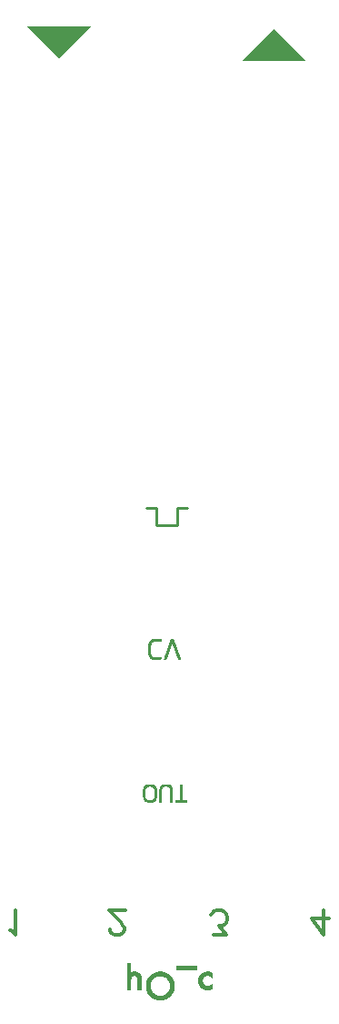
<source format=gbo>
G04 DipTrace 3.1.0.0*
G04 uO_c_panel.GBO*
%MOIN*%
G04 #@! TF.FileFunction,Legend,Bot*
G04 #@! TF.Part,Single*
%ADD12C,0.001*%
%ADD13C,0.01*%
%ADD25C,0.013895*%
%FSLAX26Y26*%
G04*
G70*
G90*
G75*
G01*
G04 BotSilk*
%LPD*%
X1149807Y2262751D2*
D13*
X1112307D1*
X1149807Y2262749D2*
Y2200251D1*
X1224807Y2200249D2*
X1149807D1*
X1224807Y2200251D2*
Y2262749D1*
X1262307Y2262751D2*
X1224807D1*
G36*
X1474806Y3900251D2*
X1699806D1*
X1581056Y4018999D1*
X1462306Y3900251D1*
D1*
X1474806D1*
G37*
G36*
X897307Y4029000D2*
X672307D1*
X791056Y3910252D1*
X909807Y4029000D1*
D1*
X897307D1*
G37*
X1040869Y597975D2*
D12*
X1053869D1*
X1040869Y596975D2*
X1053869D1*
X1040869Y595975D2*
X1053869D1*
X1040869Y594975D2*
X1053869D1*
X1040869Y593975D2*
X1053869D1*
X1040869Y592975D2*
X1053869D1*
X1040869Y591975D2*
X1053869D1*
X1040869Y590975D2*
X1053869D1*
X1040869Y589975D2*
X1053869D1*
X1040869Y588975D2*
X1053869D1*
X1040869Y587975D2*
X1053869D1*
X1040869Y586975D2*
X1053869D1*
X1040869Y585975D2*
X1053869D1*
X1221869D2*
X1294869D1*
X1040869Y584975D2*
X1053869D1*
X1221869D2*
X1294869D1*
X1040869Y583975D2*
X1053869D1*
X1221869D2*
X1294869D1*
X1040869Y582975D2*
X1053869D1*
X1221869D2*
X1294869D1*
X1040869Y581975D2*
X1053869D1*
X1221869D2*
X1294869D1*
X1040869Y580975D2*
X1053869D1*
X1221869D2*
X1294869D1*
X1040869Y579975D2*
X1053869D1*
X1221869D2*
X1294869D1*
X1040869Y578975D2*
X1053869D1*
X1221869D2*
X1294869D1*
X1040869Y577975D2*
X1053869D1*
X1221869D2*
X1294869D1*
X1040869Y576975D2*
X1053869D1*
X1221869D2*
X1294869D1*
X1040869Y575975D2*
X1053869D1*
X1221869D2*
X1294869D1*
X1040869Y574975D2*
X1053869D1*
X1221869D2*
X1294869D1*
X1040869Y573975D2*
X1053869D1*
X1221869D2*
X1294869D1*
X1040869Y572975D2*
X1053869D1*
X1221869D2*
X1294869D1*
X1040869Y571975D2*
X1053869D1*
X1040869Y570975D2*
X1053869D1*
X1040869Y569975D2*
X1053869D1*
X1040869Y568975D2*
X1053869D1*
X1040869Y567975D2*
X1053865D1*
X1040869Y566975D2*
X1053827D1*
X1040869Y565975D2*
X1053672D1*
X1062869D2*
X1071869D1*
X1155869D2*
X1167869D1*
X1330869D2*
X1340869D1*
X1040869Y564975D2*
X1053330D1*
X1059036D2*
X1075250D1*
X1151301D2*
X1172250D1*
X1327453D2*
X1344592D1*
X1040869Y563975D2*
X1052869D1*
X1055025D2*
X1078072D1*
X1147428D2*
X1176072D1*
X1324368D2*
X1347708D1*
X1040869Y562975D2*
X1080342D1*
X1144232D2*
X1179338D1*
X1321760D2*
X1350128D1*
X1040869Y561975D2*
X1082129D1*
X1141557D2*
X1182090D1*
X1319637D2*
X1351847D1*
X1040869Y560975D2*
X1083545D1*
X1139321D2*
X1184375D1*
X1317871D2*
X1353094D1*
X1040869Y559975D2*
X1084738D1*
X1137427D2*
X1186293D1*
X1316371D2*
X1353498D1*
X1040869Y558975D2*
X1085819D1*
X1135745D2*
X1187986D1*
X1315094D2*
X1353713D1*
X1040869Y557975D2*
X1086847D1*
X1134170D2*
X1189565D1*
X1313962D2*
X1353808D1*
X1040869Y556975D2*
X1087823D1*
X1132676D2*
X1191061D1*
X1312905D2*
X1353847D1*
X1040869Y555975D2*
X1088696D1*
X1131291D2*
X1192442D1*
X1311882D2*
X1353861D1*
X1040869Y554975D2*
X1089423D1*
X1130027D2*
X1193671D1*
X1310877D2*
X1353866D1*
X1040869Y553975D2*
X1090036D1*
X1128785D2*
X1194786D1*
X1309909D2*
X1353868D1*
X1040869Y552975D2*
X1063262D1*
X1070476D2*
X1090583D1*
X1127499D2*
X1195836D1*
X1309036D2*
X1332300D1*
X1339434D2*
X1353868D1*
X1040869Y551975D2*
X1061092D1*
X1072645D2*
X1091071D1*
X1126257D2*
X1157266D1*
X1165275D2*
X1196857D1*
X1308279D2*
X1329262D1*
X1342440D2*
X1353869D1*
X1040869Y550975D2*
X1059426D1*
X1074311D2*
X1091484D1*
X1125203D2*
X1153139D1*
X1169991D2*
X1197865D1*
X1307574D2*
X1326871D1*
X1344739D2*
X1353869D1*
X1040869Y549975D2*
X1058140D1*
X1075601D2*
X1091838D1*
X1124347D2*
X1149671D1*
X1173825D2*
X1198867D1*
X1306911D2*
X1324973D1*
X1346529D2*
X1353869D1*
X1040869Y548975D2*
X1057163D1*
X1076610D2*
X1092192D1*
X1123560D2*
X1146883D1*
X1176867D2*
X1199868D1*
X1306375D2*
X1323448D1*
X1348072D2*
X1353869D1*
X1040869Y547975D2*
X1056477D1*
X1077387D2*
X1092499D1*
X1122720D2*
X1144684D1*
X1179253D2*
X1200869D1*
X1305948D2*
X1322275D1*
X1349451D2*
X1353869D1*
X1040869Y546975D2*
X1055991D1*
X1077986D2*
X1092694D1*
X1121841D2*
X1142884D1*
X1181129D2*
X1201865D1*
X1305528D2*
X1321377D1*
X1350636D2*
X1353869D1*
X1040869Y545975D2*
X1055581D1*
X1078417D2*
X1092794D1*
X1121009D2*
X1141338D1*
X1182696D2*
X1202830D1*
X1305080D2*
X1320608D1*
X1351592D2*
X1353869D1*
X1040869Y544975D2*
X1055248D1*
X1078699D2*
X1092843D1*
X1120269D2*
X1139930D1*
X1184138D2*
X1203702D1*
X1304641D2*
X1319890D1*
X1352301D2*
X1353869D1*
X1040869Y543975D2*
X1055009D1*
X1078948D2*
X1092897D1*
X1119567D2*
X1138556D1*
X1185479D2*
X1204459D1*
X1304278D2*
X1319252D1*
X1352869D2*
X1353869D1*
X1040869Y542975D2*
X1054779D1*
X1079241D2*
X1093031D1*
X1118871D2*
X1137246D1*
X1186687D2*
X1205167D1*
X1304023D2*
X1318710D1*
X1040869Y541975D2*
X1054493D1*
X1079519D2*
X1093273D1*
X1118208D2*
X1136084D1*
X1187792D2*
X1205862D1*
X1303784D2*
X1318272D1*
X1040869Y540975D2*
X1054218D1*
X1079701D2*
X1093531D1*
X1117542D2*
X1135110D1*
X1188835D2*
X1206494D1*
X1303495D2*
X1317906D1*
X1040869Y539975D2*
X1054036D1*
X1079797D2*
X1093705D1*
X1116865D2*
X1134304D1*
X1189818D2*
X1207064D1*
X1303218D2*
X1317548D1*
X1040869Y538975D2*
X1053941D1*
X1079840D2*
X1093798D1*
X1116244D2*
X1133546D1*
X1190698D2*
X1207597D1*
X1303036D2*
X1317240D1*
X1040869Y537975D2*
X1053897D1*
X1079858D2*
X1093841D1*
X1115707D2*
X1132749D1*
X1191457D2*
X1208110D1*
X1302941D2*
X1317044D1*
X1040869Y536975D2*
X1053879D1*
X1079865D2*
X1093858D1*
X1115271D2*
X1131966D1*
X1192167D2*
X1208616D1*
X1302897D2*
X1316944D1*
X1040869Y535975D2*
X1053873D1*
X1079867D2*
X1093865D1*
X1114902D2*
X1131251D1*
X1192861D2*
X1209117D1*
X1302879D2*
X1316898D1*
X1040869Y534975D2*
X1053870D1*
X1079868D2*
X1093867D1*
X1114509D2*
X1130560D1*
X1193494D2*
X1209615D1*
X1302873D2*
X1316880D1*
X1040869Y533975D2*
X1053869D1*
X1079869D2*
X1093868D1*
X1114073D2*
X1129872D1*
X1194064D2*
X1210083D1*
X1302870D2*
X1316873D1*
X1040869Y532975D2*
X1053869D1*
X1079869D2*
X1093869D1*
X1113634D2*
X1129242D1*
X1194597D2*
X1210488D1*
X1302869D2*
X1316870D1*
X1040869Y531975D2*
X1053869D1*
X1079869D2*
X1093869D1*
X1113242D2*
X1128673D1*
X1195110D2*
X1210840D1*
X1302869D2*
X1316869D1*
X1040869Y530975D2*
X1053869D1*
X1079869D2*
X1093869D1*
X1112895D2*
X1128144D1*
X1195616D2*
X1211192D1*
X1302869D2*
X1316873D1*
X1040869Y529975D2*
X1053869D1*
X1079869D2*
X1093869D1*
X1112544D2*
X1127662D1*
X1196117D2*
X1211503D1*
X1302873D2*
X1316908D1*
X1040869Y528975D2*
X1053869D1*
X1079869D2*
X1093869D1*
X1112238D2*
X1127253D1*
X1196615D2*
X1211733D1*
X1302908D2*
X1317035D1*
X1040869Y527975D2*
X1053869D1*
X1079869D2*
X1093869D1*
X1112040D2*
X1126899D1*
X1197079D2*
X1211961D1*
X1303035D2*
X1317279D1*
X1040869Y526975D2*
X1053869D1*
X1079869D2*
X1093869D1*
X1111904D2*
X1126546D1*
X1197453D2*
X1212245D1*
X1303275D2*
X1317570D1*
X1040869Y525975D2*
X1053869D1*
X1079869D2*
X1093869D1*
X1111732D2*
X1126235D1*
X1197712D2*
X1212520D1*
X1303535D2*
X1317876D1*
X1040869Y524975D2*
X1053869D1*
X1079869D2*
X1093869D1*
X1111474D2*
X1126005D1*
X1197953D2*
X1212702D1*
X1303745D2*
X1318243D1*
X1040869Y523975D2*
X1053869D1*
X1079869D2*
X1093869D1*
X1111210D2*
X1125777D1*
X1198242D2*
X1212801D1*
X1303965D2*
X1318674D1*
X1040869Y522975D2*
X1053869D1*
X1079869D2*
X1093869D1*
X1111033D2*
X1125492D1*
X1198519D2*
X1212879D1*
X1304251D2*
X1319144D1*
X1040869Y521975D2*
X1053869D1*
X1079869D2*
X1093869D1*
X1110940D2*
X1125217D1*
X1198701D2*
X1213025D1*
X1304560D2*
X1319666D1*
X1352869D2*
X1353869D1*
X1040869Y520975D2*
X1053869D1*
X1079869D2*
X1093869D1*
X1110897D2*
X1125036D1*
X1198797D2*
X1213271D1*
X1304872D2*
X1320292D1*
X1351869D2*
X1353869D1*
X1040869Y519975D2*
X1053869D1*
X1079869D2*
X1093869D1*
X1110879D2*
X1124941D1*
X1198840D2*
X1213530D1*
X1305242D2*
X1321069D1*
X1350869D2*
X1353869D1*
X1040869Y518975D2*
X1053869D1*
X1079869D2*
X1093869D1*
X1110873D2*
X1124897D1*
X1198858D2*
X1213705D1*
X1305673D2*
X1321991D1*
X1349865D2*
X1353869D1*
X1040869Y517975D2*
X1053869D1*
X1079869D2*
X1093869D1*
X1110870D2*
X1124879D1*
X1198865D2*
X1213798D1*
X1306144D2*
X1323075D1*
X1348826D2*
X1353869D1*
X1040869Y516975D2*
X1053869D1*
X1079869D2*
X1093869D1*
X1110869D2*
X1124873D1*
X1198867D2*
X1213841D1*
X1306666D2*
X1324373D1*
X1347659D2*
X1353869D1*
X1040869Y515975D2*
X1053869D1*
X1079869D2*
X1093869D1*
X1110869D2*
X1124870D1*
X1198868D2*
X1213858D1*
X1307288D2*
X1325954D1*
X1346253D2*
X1353869D1*
X1040869Y514975D2*
X1053869D1*
X1079869D2*
X1093869D1*
X1110869D2*
X1124869D1*
X1198869D2*
X1213865D1*
X1308026D2*
X1327931D1*
X1344592D2*
X1353869D1*
X1040869Y513975D2*
X1053869D1*
X1079869D2*
X1093869D1*
X1110869D2*
X1124869D1*
X1198869D2*
X1213867D1*
X1308785D2*
X1330307D1*
X1342763D2*
X1353869D1*
X1040869Y512975D2*
X1053869D1*
X1079869D2*
X1093869D1*
X1110869D2*
X1124869D1*
X1198869D2*
X1213864D1*
X1309495D2*
X1353869D1*
X1040869Y511975D2*
X1053869D1*
X1079869D2*
X1093869D1*
X1110869D2*
X1124869D1*
X1198869D2*
X1213830D1*
X1310218D2*
X1353869D1*
X1040869Y510975D2*
X1053869D1*
X1079869D2*
X1093869D1*
X1110869D2*
X1124869D1*
X1198869D2*
X1213702D1*
X1311040D2*
X1353869D1*
X1040869Y509975D2*
X1053869D1*
X1079869D2*
X1093869D1*
X1110869D2*
X1124873D1*
X1198869D2*
X1213463D1*
X1311980D2*
X1353869D1*
X1040869Y508975D2*
X1053869D1*
X1079869D2*
X1093869D1*
X1110869D2*
X1124908D1*
X1198865D2*
X1213206D1*
X1313064D2*
X1353869D1*
X1040869Y507975D2*
X1053869D1*
X1079869D2*
X1093869D1*
X1110873D2*
X1125035D1*
X1198830D2*
X1213032D1*
X1314289D2*
X1353865D1*
X1040869Y506975D2*
X1053869D1*
X1079869D2*
X1093869D1*
X1110908D2*
X1125275D1*
X1198702D2*
X1212935D1*
X1315578D2*
X1353822D1*
X1040869Y505975D2*
X1053869D1*
X1079869D2*
X1093869D1*
X1111035D2*
X1125535D1*
X1198459D2*
X1212858D1*
X1316920D2*
X1353716D1*
X1040869Y504975D2*
X1053869D1*
X1079869D2*
X1093869D1*
X1111275D2*
X1125745D1*
X1198167D2*
X1212713D1*
X1318457D2*
X1353195D1*
X1040869Y503975D2*
X1053869D1*
X1079869D2*
X1093869D1*
X1111535D2*
X1125969D1*
X1197865D2*
X1212467D1*
X1320344D2*
X1351799D1*
X1040869Y502975D2*
X1053869D1*
X1079869D2*
X1093869D1*
X1111745D2*
X1126286D1*
X1197529D2*
X1212204D1*
X1322756D2*
X1349705D1*
X1040869Y501975D2*
X1053869D1*
X1079869D2*
X1093869D1*
X1111965D2*
X1126687D1*
X1197195D2*
X1211993D1*
X1325972D2*
X1346650D1*
X1112251Y500975D2*
X1127112D1*
X1196872D2*
X1211773D1*
X1330142D2*
X1342553D1*
X1112560Y499975D2*
X1127498D1*
X1196498D2*
X1211487D1*
X1334869D2*
X1337869D1*
X1112868Y498975D2*
X1127848D1*
X1196065D2*
X1211178D1*
X1113207Y497975D2*
X1128237D1*
X1195598D2*
X1210865D1*
X1113542Y496975D2*
X1128705D1*
X1195110D2*
X1210495D1*
X1113865Y495975D2*
X1129270D1*
X1194612D2*
X1210064D1*
X1114240Y494975D2*
X1129905D1*
X1194078D2*
X1209598D1*
X1114672Y493975D2*
X1130548D1*
X1193452D2*
X1209110D1*
X1115140Y492975D2*
X1131240D1*
X1192712D2*
X1208616D1*
X1115627Y491975D2*
X1132044D1*
X1191953D2*
X1208117D1*
X1116125Y490975D2*
X1132944D1*
X1191242D2*
X1207619D1*
X1116655Y489975D2*
X1133898D1*
X1190519D2*
X1207118D1*
X1117250Y488975D2*
X1134880D1*
X1189697D2*
X1206615D1*
X1117898Y487975D2*
X1135873D1*
X1188758D2*
X1206079D1*
X1118545Y486975D2*
X1136874D1*
X1187674D2*
X1205453D1*
X1119239Y485975D2*
X1137908D1*
X1186448D2*
X1204712D1*
X1120040Y484975D2*
X1139039D1*
X1185160D2*
X1203953D1*
X1120904Y483975D2*
X1140318D1*
X1183821D2*
X1203242D1*
X1121732Y482975D2*
X1141745D1*
X1182319D2*
X1202519D1*
X1122474Y481975D2*
X1143368D1*
X1180572D2*
X1201701D1*
X1123210Y480975D2*
X1145329D1*
X1178512D2*
X1200797D1*
X1124033Y479975D2*
X1147780D1*
X1176004D2*
X1199840D1*
X1124944Y478975D2*
X1150791D1*
X1172965D2*
X1198858D1*
X1125936Y477975D2*
X1154238D1*
X1169507D2*
X1197861D1*
X1127046Y476975D2*
X1196828D1*
X1128282Y475975D2*
X1195702D1*
X1129572Y474975D2*
X1194459D1*
X1130876Y473975D2*
X1193167D1*
X1132244Y472975D2*
X1191862D1*
X1133674Y471975D2*
X1190490D1*
X1135148Y470975D2*
X1189025D1*
X1136705Y469975D2*
X1187423D1*
X1138462Y468975D2*
X1185622D1*
X1140522Y467975D2*
X1183570D1*
X1142907Y466975D2*
X1181178D1*
X1145743Y465975D2*
X1178383D1*
X1149144Y464975D2*
X1175220D1*
X1152869Y463975D2*
X1171869D1*
X1114556Y1251249D2*
X1134556D1*
X1172556D2*
X1193556D1*
X1235556D2*
X1241556D1*
X1112137Y1250249D2*
X1136702D1*
X1170295D2*
X1195634D1*
X1235556D2*
X1241556D1*
X1110017Y1249249D2*
X1138584D1*
X1168458D2*
X1197453D1*
X1235556D2*
X1241556D1*
X1108282Y1248249D2*
X1140109D1*
X1167106D2*
X1198967D1*
X1235556D2*
X1241556D1*
X1106915Y1247249D2*
X1141365D1*
X1166122D2*
X1200140D1*
X1235556D2*
X1241556D1*
X1105857Y1246249D2*
X1142444D1*
X1165317D2*
X1201010D1*
X1235556D2*
X1241556D1*
X1105051Y1245249D2*
X1117991D1*
X1130121D2*
X1143359D1*
X1164585D2*
X1175799D1*
X1190318D2*
X1201685D1*
X1235556D2*
X1241556D1*
X1104407Y1244249D2*
X1114989D1*
X1133124D2*
X1144102D1*
X1163942D2*
X1173416D1*
X1192732D2*
X1202260D1*
X1235556D2*
X1241556D1*
X1103845Y1243249D2*
X1112729D1*
X1135387D2*
X1144720D1*
X1163399D2*
X1171619D1*
X1194625D2*
X1202789D1*
X1235556D2*
X1241556D1*
X1103321Y1242249D2*
X1111102D1*
X1137046D2*
X1145270D1*
X1162960D2*
X1170394D1*
X1195994D2*
X1203297D1*
X1235556D2*
X1241556D1*
X1102815Y1241249D2*
X1109930D1*
X1138314D2*
X1145759D1*
X1162594D2*
X1169548D1*
X1196953D2*
X1203769D1*
X1235556D2*
X1241556D1*
X1102348Y1240249D2*
X1109078D1*
X1139309D2*
X1146171D1*
X1162236D2*
X1168903D1*
X1197663D2*
X1204175D1*
X1235556D2*
X1241556D1*
X1101973Y1239249D2*
X1108417D1*
X1140080D2*
X1146526D1*
X1161923D2*
X1168376D1*
X1198249D2*
X1204527D1*
X1235556D2*
X1241556D1*
X1101713Y1238249D2*
X1107852D1*
X1140675D2*
X1146880D1*
X1161693D2*
X1167949D1*
X1198747D2*
X1204880D1*
X1235556D2*
X1241556D1*
X1101472Y1237249D2*
X1107361D1*
X1141105D2*
X1147186D1*
X1161465D2*
X1167589D1*
X1199134D2*
X1205187D1*
X1235556D2*
X1241556D1*
X1101183Y1236249D2*
X1106982D1*
X1141387D2*
X1147385D1*
X1161180D2*
X1167234D1*
X1199398D2*
X1205385D1*
X1235556D2*
X1241556D1*
X1100906Y1235249D2*
X1106754D1*
X1141636D2*
X1147521D1*
X1160905D2*
X1166927D1*
X1199640D2*
X1205521D1*
X1235556D2*
X1241556D1*
X1100724Y1234249D2*
X1106636D1*
X1141929D2*
X1147693D1*
X1160724D2*
X1166732D1*
X1199930D2*
X1205693D1*
X1235556D2*
X1241556D1*
X1100628Y1233249D2*
X1106550D1*
X1142206D2*
X1147951D1*
X1160628D2*
X1166627D1*
X1200207D2*
X1205951D1*
X1235556D2*
X1241556D1*
X1100585Y1232249D2*
X1106402D1*
X1142389D2*
X1148215D1*
X1160585D2*
X1166547D1*
X1200389D2*
X1206215D1*
X1235556D2*
X1241556D1*
X1100567Y1231249D2*
X1106155D1*
X1142484D2*
X1148392D1*
X1160567D2*
X1166401D1*
X1200485D2*
X1206392D1*
X1235556D2*
X1241556D1*
X1100556Y1230249D2*
X1105895D1*
X1142528D2*
X1148486D1*
X1160560D2*
X1166154D1*
X1200528D2*
X1206486D1*
X1235556D2*
X1241556D1*
X1100519Y1229249D2*
X1105720D1*
X1142546D2*
X1148528D1*
X1160558D2*
X1165895D1*
X1200546D2*
X1206528D1*
X1235556D2*
X1241556D1*
X1100390Y1228249D2*
X1105627D1*
X1142557D2*
X1148546D1*
X1160557D2*
X1165720D1*
X1200553D2*
X1206546D1*
X1235556D2*
X1241556D1*
X1100151Y1227249D2*
X1105585D1*
X1142594D2*
X1148553D1*
X1160557D2*
X1165627D1*
X1200555D2*
X1206553D1*
X1235556D2*
X1241556D1*
X1099894Y1226249D2*
X1105567D1*
X1142722D2*
X1148555D1*
X1160556D2*
X1165585D1*
X1200556D2*
X1206555D1*
X1235556D2*
X1241556D1*
X1099720Y1225249D2*
X1105560D1*
X1142962D2*
X1148556D1*
X1160556D2*
X1165567D1*
X1200556D2*
X1206556D1*
X1235556D2*
X1241556D1*
X1099627Y1224249D2*
X1105558D1*
X1143219D2*
X1148556D1*
X1160556D2*
X1165560D1*
X1200556D2*
X1206556D1*
X1235556D2*
X1241556D1*
X1099584Y1223249D2*
X1105557D1*
X1143393D2*
X1148556D1*
X1160556D2*
X1165558D1*
X1200556D2*
X1206556D1*
X1235556D2*
X1241556D1*
X1099567Y1222249D2*
X1105557D1*
X1143486D2*
X1148556D1*
X1160556D2*
X1165557D1*
X1200556D2*
X1206556D1*
X1235556D2*
X1241556D1*
X1099560Y1221249D2*
X1105556D1*
X1143528D2*
X1148556D1*
X1160556D2*
X1165557D1*
X1200556D2*
X1206556D1*
X1235556D2*
X1241556D1*
X1099558Y1220249D2*
X1105556D1*
X1143546D2*
X1148556D1*
X1160556D2*
X1165556D1*
X1200556D2*
X1206556D1*
X1235556D2*
X1241556D1*
X1099557Y1219249D2*
X1105556D1*
X1143553D2*
X1148556D1*
X1160556D2*
X1165556D1*
X1200556D2*
X1206556D1*
X1235556D2*
X1241556D1*
X1099557Y1218249D2*
X1105556D1*
X1143551D2*
X1148556D1*
X1160556D2*
X1165556D1*
X1200556D2*
X1206556D1*
X1235556D2*
X1241556D1*
X1099556Y1217249D2*
X1105556D1*
X1143517D2*
X1148556D1*
X1160556D2*
X1165556D1*
X1200556D2*
X1206556D1*
X1235556D2*
X1241556D1*
X1099560Y1216249D2*
X1105556D1*
X1143390D2*
X1148556D1*
X1160556D2*
X1165556D1*
X1200556D2*
X1206556D1*
X1235556D2*
X1241556D1*
X1099595Y1215249D2*
X1105556D1*
X1143150D2*
X1148556D1*
X1160556D2*
X1165556D1*
X1200556D2*
X1206556D1*
X1235556D2*
X1241556D1*
X1099723Y1214249D2*
X1105556D1*
X1142894D2*
X1148556D1*
X1160556D2*
X1165556D1*
X1200556D2*
X1206556D1*
X1235556D2*
X1241556D1*
X1099962Y1213249D2*
X1105560D1*
X1142720D2*
X1148556D1*
X1160556D2*
X1165556D1*
X1200556D2*
X1206556D1*
X1235556D2*
X1241556D1*
X1100219Y1212249D2*
X1105595D1*
X1142627D2*
X1148556D1*
X1160556D2*
X1165556D1*
X1200556D2*
X1206556D1*
X1235556D2*
X1241556D1*
X1100393Y1211249D2*
X1105723D1*
X1142584D2*
X1148553D1*
X1160556D2*
X1165556D1*
X1200556D2*
X1206556D1*
X1235556D2*
X1241556D1*
X1100486Y1210249D2*
X1105962D1*
X1142567D2*
X1148517D1*
X1160556D2*
X1165556D1*
X1200556D2*
X1206556D1*
X1235556D2*
X1241556D1*
X1100528Y1209249D2*
X1106219D1*
X1142560D2*
X1148390D1*
X1160556D2*
X1165556D1*
X1200556D2*
X1206556D1*
X1235556D2*
X1241556D1*
X1100550Y1208249D2*
X1106393D1*
X1142554D2*
X1148150D1*
X1160556D2*
X1165556D1*
X1200556D2*
X1206556D1*
X1235556D2*
X1241556D1*
X1100592Y1207249D2*
X1106486D1*
X1142518D2*
X1147894D1*
X1160556D2*
X1165556D1*
X1200556D2*
X1206556D1*
X1235556D2*
X1241556D1*
X1100722Y1206249D2*
X1106532D1*
X1142390D2*
X1147720D1*
X1160556D2*
X1165556D1*
X1200556D2*
X1206556D1*
X1235556D2*
X1241556D1*
X1100962Y1205249D2*
X1106585D1*
X1142147D2*
X1147623D1*
X1160556D2*
X1165556D1*
X1200556D2*
X1206556D1*
X1235556D2*
X1241556D1*
X1101223Y1204249D2*
X1106723D1*
X1141855D2*
X1147545D1*
X1160556D2*
X1165556D1*
X1200556D2*
X1206556D1*
X1235556D2*
X1241556D1*
X1101432Y1203249D2*
X1107000D1*
X1141553D2*
X1147400D1*
X1160556D2*
X1165556D1*
X1200556D2*
X1206556D1*
X1235556D2*
X1241556D1*
X1101652Y1202249D2*
X1107389D1*
X1141217D2*
X1147150D1*
X1160556D2*
X1165556D1*
X1200556D2*
X1206556D1*
X1235556D2*
X1241556D1*
X1101938Y1201249D2*
X1107838D1*
X1140879D2*
X1146856D1*
X1160556D2*
X1165556D1*
X1200556D2*
X1206556D1*
X1235556D2*
X1241556D1*
X1102247Y1200249D2*
X1108319D1*
X1140521D2*
X1146550D1*
X1160556D2*
X1165556D1*
X1200556D2*
X1206556D1*
X1235556D2*
X1241556D1*
X1102560Y1199249D2*
X1108818D1*
X1140015D2*
X1146182D1*
X1160556D2*
X1165556D1*
X1200556D2*
X1206556D1*
X1235556D2*
X1241556D1*
X1102934Y1198249D2*
X1109390D1*
X1139304D2*
X1145752D1*
X1160556D2*
X1165556D1*
X1200556D2*
X1206556D1*
X1235556D2*
X1241556D1*
X1103396Y1197249D2*
X1110186D1*
X1138410D2*
X1145281D1*
X1160556D2*
X1165556D1*
X1200556D2*
X1206556D1*
X1235556D2*
X1241556D1*
X1103959Y1196249D2*
X1111367D1*
X1137307D2*
X1144763D1*
X1160556D2*
X1165556D1*
X1200556D2*
X1206556D1*
X1235556D2*
X1241556D1*
X1104594Y1195249D2*
X1112915D1*
X1135930D2*
X1144173D1*
X1160556D2*
X1165556D1*
X1200556D2*
X1206556D1*
X1235556D2*
X1241556D1*
X1105236Y1194249D2*
X1114692D1*
X1134300D2*
X1143523D1*
X1160556D2*
X1165556D1*
X1200556D2*
X1206556D1*
X1235556D2*
X1241556D1*
X1105931Y1193249D2*
X1142841D1*
X1160556D2*
X1165556D1*
X1200556D2*
X1206556D1*
X1217556D2*
X1260556D1*
X1106779Y1192249D2*
X1142012D1*
X1160556D2*
X1165556D1*
X1200556D2*
X1206556D1*
X1217556D2*
X1260556D1*
X1107888Y1191249D2*
X1140885D1*
X1160556D2*
X1165556D1*
X1200556D2*
X1206556D1*
X1217556D2*
X1260556D1*
X1109453Y1190249D2*
X1139359D1*
X1160556D2*
X1165556D1*
X1200556D2*
X1206556D1*
X1217556D2*
X1260556D1*
X1111652Y1189249D2*
X1137269D1*
X1160556D2*
X1165556D1*
X1200556D2*
X1206556D1*
X1217556D2*
X1260556D1*
X1114456Y1188249D2*
X1134570D1*
X1160556D2*
X1165556D1*
X1200556D2*
X1206556D1*
X1217556D2*
X1260556D1*
X1117556Y1187249D2*
X1131556D1*
X1140307Y1785751D2*
X1148307D1*
X1136926Y1784751D2*
X1160307D1*
X1202307D2*
X1209307D1*
X1134104Y1783751D2*
X1167307D1*
X1202149D2*
X1209807D1*
X1131834Y1782751D2*
X1167307D1*
X1201866D2*
X1210222D1*
X1130047Y1781751D2*
X1167307D1*
X1201479D2*
X1210611D1*
X1128635Y1780751D2*
X1167307D1*
X1201061D2*
X1210967D1*
X1127477Y1779751D2*
X1167307D1*
X1200676D2*
X1211299D1*
X1126523Y1778751D2*
X1167307D1*
X1200332D2*
X1211676D1*
X1125735Y1777751D2*
X1138662D1*
X1162307D2*
X1167307D1*
X1199978D2*
X1212106D1*
X1125015Y1776751D2*
X1136368D1*
X1199637D2*
X1212543D1*
X1124316Y1775751D2*
X1134494D1*
X1199316D2*
X1212934D1*
X1123686Y1774751D2*
X1133040D1*
X1198972D2*
X1213281D1*
X1123147Y1773751D2*
X1131968D1*
X1198635D2*
X1213636D1*
X1122710Y1772751D2*
X1131111D1*
X1198315D2*
X1213977D1*
X1122344Y1771751D2*
X1130354D1*
X1197972D2*
X1205153D1*
X1207462D2*
X1214302D1*
X1121983Y1770751D2*
X1129696D1*
X1197635D2*
X1204901D1*
X1207713D2*
X1214677D1*
X1121639Y1769751D2*
X1129117D1*
X1197315D2*
X1204607D1*
X1208008D2*
X1215107D1*
X1121316Y1768751D2*
X1128584D1*
X1196972D2*
X1204300D1*
X1208310D2*
X1215543D1*
X1120976Y1767751D2*
X1128105D1*
X1196635D2*
X1203933D1*
X1208646D2*
X1215934D1*
X1120670Y1766751D2*
X1127726D1*
X1196311D2*
X1203506D1*
X1208980D2*
X1216281D1*
X1120442Y1765751D2*
X1127465D1*
X1195936D2*
X1203071D1*
X1209300D2*
X1216636D1*
X1120215Y1764751D2*
X1127223D1*
X1195508D2*
X1202680D1*
X1209643D2*
X1216977D1*
X1119930Y1763751D2*
X1126933D1*
X1195071D2*
X1202333D1*
X1209979D2*
X1217299D1*
X1119656Y1762751D2*
X1126657D1*
X1194680D2*
X1201979D1*
X1210303D2*
X1217642D1*
X1119474Y1761751D2*
X1126471D1*
X1194333D2*
X1201638D1*
X1210678D2*
X1217979D1*
X1119379Y1760751D2*
X1126340D1*
X1193979D2*
X1201316D1*
X1211107D2*
X1218303D1*
X1119336Y1759751D2*
X1126169D1*
X1193638D2*
X1200972D1*
X1211543D2*
X1218678D1*
X1119314Y1758751D2*
X1125912D1*
X1193316D2*
X1200635D1*
X1211934D2*
X1219107D1*
X1119272Y1757751D2*
X1125648D1*
X1192972D2*
X1200315D1*
X1212281D2*
X1219543D1*
X1119142Y1756751D2*
X1125472D1*
X1192635D2*
X1199972D1*
X1212636D2*
X1219934D1*
X1118902Y1755751D2*
X1125378D1*
X1192315D2*
X1199635D1*
X1212977D2*
X1220281D1*
X1118645Y1754751D2*
X1125335D1*
X1191972D2*
X1199315D1*
X1213299D2*
X1220636D1*
X1118470Y1753751D2*
X1125318D1*
X1191635D2*
X1198972D1*
X1213642D2*
X1220977D1*
X1118378Y1752751D2*
X1125311D1*
X1191315D2*
X1198635D1*
X1213979D2*
X1221302D1*
X1118335Y1751751D2*
X1125308D1*
X1190972D2*
X1198315D1*
X1214303D2*
X1221677D1*
X1118318Y1750751D2*
X1125308D1*
X1190635D2*
X1197972D1*
X1214678D2*
X1222107D1*
X1118311Y1749751D2*
X1125307D1*
X1190315D2*
X1197635D1*
X1215107D2*
X1222543D1*
X1118308Y1748751D2*
X1125307D1*
X1189972D2*
X1197315D1*
X1215543D2*
X1222934D1*
X1118308Y1747751D2*
X1125307D1*
X1189635D2*
X1196972D1*
X1215934D2*
X1223281D1*
X1118307Y1746751D2*
X1125307D1*
X1189311D2*
X1196635D1*
X1216281D2*
X1223636D1*
X1118307Y1745751D2*
X1125307D1*
X1188936D2*
X1196311D1*
X1216636D2*
X1223977D1*
X1118307Y1744751D2*
X1125307D1*
X1188508D2*
X1195936D1*
X1216977D2*
X1224299D1*
X1118307Y1743751D2*
X1125307D1*
X1188071D2*
X1195508D1*
X1217299D2*
X1224642D1*
X1118311Y1742751D2*
X1125307D1*
X1187680D2*
X1195071D1*
X1217642D2*
X1224979D1*
X1118346Y1741751D2*
X1125307D1*
X1187333D2*
X1194680D1*
X1217979D2*
X1225303D1*
X1118474Y1740751D2*
X1125307D1*
X1186979D2*
X1194333D1*
X1218303D2*
X1225678D1*
X1118713Y1739751D2*
X1125307D1*
X1186638D2*
X1193979D1*
X1218678D2*
X1226107D1*
X1118969Y1738751D2*
X1125311D1*
X1186316D2*
X1193638D1*
X1219107D2*
X1226543D1*
X1119144Y1737751D2*
X1125346D1*
X1185972D2*
X1193316D1*
X1219543D2*
X1226934D1*
X1119237Y1736751D2*
X1125474D1*
X1185635D2*
X1192972D1*
X1219934D2*
X1227281D1*
X1119279Y1735751D2*
X1125713D1*
X1185315D2*
X1192635D1*
X1220281D2*
X1227636D1*
X1119300Y1734751D2*
X1125969D1*
X1184972D2*
X1192315D1*
X1220636D2*
X1227977D1*
X1119342Y1733751D2*
X1126144D1*
X1184635D2*
X1191972D1*
X1220977D2*
X1228302D1*
X1119472Y1732751D2*
X1126241D1*
X1184315D2*
X1191635D1*
X1221299D2*
X1228677D1*
X1119713Y1731751D2*
X1126318D1*
X1183972D2*
X1191315D1*
X1221642D2*
X1229107D1*
X1119969Y1730751D2*
X1126463D1*
X1183635D2*
X1190972D1*
X1221979D2*
X1229543D1*
X1120148Y1729751D2*
X1126713D1*
X1183311D2*
X1190635D1*
X1222303D2*
X1229934D1*
X1120276Y1728751D2*
X1127007D1*
X1182936D2*
X1190315D1*
X1222678D2*
X1230281D1*
X1120446Y1727751D2*
X1127314D1*
X1182508D2*
X1189972D1*
X1223107D2*
X1230636D1*
X1120706Y1726751D2*
X1127682D1*
X1182071D2*
X1189635D1*
X1223543D2*
X1230977D1*
X1121005Y1725751D2*
X1128112D1*
X1181680D2*
X1189311D1*
X1223934D2*
X1231299D1*
X1121313Y1724751D2*
X1128582D1*
X1181333D2*
X1188936D1*
X1224281D2*
X1231642D1*
X1121681Y1723751D2*
X1129105D1*
X1180979D2*
X1188508D1*
X1224636D2*
X1231979D1*
X1122112Y1722751D2*
X1129734D1*
X1180638D2*
X1188071D1*
X1224977D2*
X1232303D1*
X1122578Y1721751D2*
X1130550D1*
X1180316D2*
X1187680D1*
X1225302D2*
X1232678D1*
X1123066Y1720751D2*
X1131642D1*
X1179972D2*
X1187333D1*
X1225677D2*
X1233107D1*
X1123564Y1719751D2*
X1133164D1*
X1179635D2*
X1186979D1*
X1226107D2*
X1233543D1*
X1124098Y1718751D2*
X1135208D1*
X1179315D2*
X1186638D1*
X1226543D2*
X1233934D1*
X1124727Y1717751D2*
X1137668D1*
X1157307D2*
X1167307D1*
X1178972D2*
X1186316D1*
X1226934D2*
X1234281D1*
X1125507Y1716751D2*
X1167307D1*
X1178635D2*
X1185972D1*
X1227281D2*
X1234636D1*
X1126433Y1715751D2*
X1167295D1*
X1178315D2*
X1185635D1*
X1227636D2*
X1234977D1*
X1127553Y1714751D2*
X1167260D1*
X1177975D2*
X1185311D1*
X1227977D2*
X1235299D1*
X1128976Y1713751D2*
X1166834D1*
X1177674D2*
X1184933D1*
X1228299D2*
X1235639D1*
X1130785Y1712751D2*
X1164767D1*
X1177480D2*
X1184475D1*
X1228648D2*
X1235943D1*
X1132953Y1711751D2*
X1161420D1*
X1177375D2*
X1183924D1*
X1228992D2*
X1236151D1*
X1135307Y1710751D2*
X1157307D1*
X1177307D2*
X1183307D1*
X1229307D2*
X1236307D1*
X1040869Y597975D2*
Y596975D1*
Y595975D1*
Y594975D1*
Y593975D1*
Y592975D1*
Y591975D1*
Y590975D1*
Y589975D1*
Y588975D1*
Y587975D1*
Y586975D1*
Y585975D1*
Y584975D1*
Y583975D1*
Y582975D1*
Y581975D1*
Y580975D1*
Y579975D1*
Y578975D1*
Y577975D1*
Y576975D1*
Y575975D1*
Y574975D1*
Y573975D1*
Y572975D1*
Y571975D1*
Y570975D1*
Y569975D1*
Y568975D1*
Y567975D1*
Y566975D1*
Y565975D1*
Y564975D1*
Y563975D1*
Y562975D1*
Y561975D1*
Y560975D1*
Y559975D1*
Y558975D1*
Y557975D1*
Y556975D1*
Y555975D1*
Y554975D1*
Y553975D1*
Y552975D1*
Y551975D1*
Y550975D1*
Y549975D1*
Y548975D1*
Y547975D1*
Y546975D1*
Y545975D1*
Y544975D1*
Y543975D1*
Y542975D1*
Y541975D1*
Y540975D1*
Y539975D1*
Y538975D1*
Y537975D1*
Y536975D1*
Y535975D1*
Y534975D1*
Y533975D1*
Y532975D1*
Y531975D1*
Y530975D1*
Y529975D1*
Y528975D1*
Y527975D1*
Y526975D1*
Y525975D1*
Y524975D1*
Y523975D1*
Y522975D1*
Y521975D1*
Y520975D1*
Y519975D1*
Y518975D1*
Y517975D1*
Y516975D1*
Y515975D1*
Y514975D1*
Y513975D1*
Y512975D1*
Y511975D1*
Y510975D1*
Y509975D1*
Y508975D1*
Y507975D1*
Y506975D1*
Y505975D1*
Y504975D1*
Y503975D1*
Y502975D1*
Y501975D1*
X1053869Y597975D2*
Y596975D1*
Y595975D1*
Y594975D1*
Y593975D1*
Y592975D1*
Y591975D1*
Y590975D1*
Y589975D1*
Y588975D1*
Y587975D1*
Y586975D1*
Y585975D1*
Y584975D1*
Y583975D1*
Y582975D1*
Y581975D1*
Y580975D1*
Y579975D1*
Y578975D1*
Y577975D1*
Y576975D1*
Y575975D1*
Y574975D1*
Y573975D1*
Y572975D1*
Y571975D1*
Y570975D1*
Y569975D1*
Y568975D1*
X1053865Y567975D1*
X1053827Y566975D1*
X1053672Y565975D1*
X1053330Y564975D1*
X1052869Y563975D1*
X1053869Y562975D1*
X1221869Y585975D2*
Y584975D1*
Y583975D1*
Y582975D1*
Y581975D1*
Y580975D1*
Y579975D1*
Y578975D1*
Y577975D1*
Y576975D1*
Y575975D1*
Y574975D1*
Y573975D1*
Y572975D1*
X1294869Y585975D2*
Y584975D1*
Y583975D1*
Y582975D1*
Y581975D1*
Y580975D1*
Y579975D1*
Y578975D1*
Y577975D1*
Y576975D1*
Y575975D1*
Y574975D1*
Y573975D1*
Y572975D1*
X1062869Y565975D2*
X1059036Y564975D1*
X1055025Y563975D1*
X1050869Y562975D1*
X1071869Y565975D2*
X1075250Y564975D1*
X1078072Y563975D1*
X1080342Y562975D1*
X1082129Y561975D1*
X1083545Y560975D1*
X1084738Y559975D1*
X1085819Y558975D1*
X1086847Y557975D1*
X1087823Y556975D1*
X1088696Y555975D1*
X1089423Y554975D1*
X1090036Y553975D1*
X1090583Y552975D1*
X1091071Y551975D1*
X1091484Y550975D1*
X1091838Y549975D1*
X1092192Y548975D1*
X1092499Y547975D1*
X1092694Y546975D1*
X1092794Y545975D1*
X1092843Y544975D1*
X1092897Y543975D1*
X1093031Y542975D1*
X1093273Y541975D1*
X1093531Y540975D1*
X1093705Y539975D1*
X1093798Y538975D1*
X1093841Y537975D1*
X1093858Y536975D1*
X1093865Y535975D1*
X1093867Y534975D1*
X1093868Y533975D1*
X1093869Y532975D1*
Y531975D1*
Y530975D1*
Y529975D1*
Y528975D1*
Y527975D1*
Y526975D1*
Y525975D1*
Y524975D1*
Y523975D1*
Y522975D1*
Y521975D1*
Y520975D1*
Y519975D1*
Y518975D1*
Y517975D1*
Y516975D1*
Y515975D1*
Y514975D1*
Y513975D1*
Y512975D1*
Y511975D1*
Y510975D1*
Y509975D1*
Y508975D1*
Y507975D1*
Y506975D1*
Y505975D1*
Y504975D1*
Y503975D1*
Y502975D1*
Y501975D1*
X1155869Y565975D2*
X1151301Y564975D1*
X1147428Y563975D1*
X1144232Y562975D1*
X1141557Y561975D1*
X1139321Y560975D1*
X1137427Y559975D1*
X1135745Y558975D1*
X1134170Y557975D1*
X1132676Y556975D1*
X1131291Y555975D1*
X1130027Y554975D1*
X1128785Y553975D1*
X1127499Y552975D1*
X1126257Y551975D1*
X1125203Y550975D1*
X1124347Y549975D1*
X1123560Y548975D1*
X1122720Y547975D1*
X1121841Y546975D1*
X1121009Y545975D1*
X1120269Y544975D1*
X1119567Y543975D1*
X1118871Y542975D1*
X1118208Y541975D1*
X1117542Y540975D1*
X1116865Y539975D1*
X1116244Y538975D1*
X1115707Y537975D1*
X1115271Y536975D1*
X1114902Y535975D1*
X1114509Y534975D1*
X1114073Y533975D1*
X1113634Y532975D1*
X1113242Y531975D1*
X1112895Y530975D1*
X1112544Y529975D1*
X1112238Y528975D1*
X1112040Y527975D1*
X1111904Y526975D1*
X1111732Y525975D1*
X1111474Y524975D1*
X1111210Y523975D1*
X1111033Y522975D1*
X1110940Y521975D1*
X1110897Y520975D1*
X1110879Y519975D1*
X1110873Y518975D1*
X1110870Y517975D1*
X1110869Y516975D1*
Y515975D1*
Y514975D1*
Y513975D1*
Y512975D1*
Y511975D1*
Y510975D1*
Y509975D1*
Y508975D1*
X1110873Y507975D1*
X1110908Y506975D1*
X1111035Y505975D1*
X1111275Y504975D1*
X1111535Y503975D1*
X1111745Y502975D1*
X1111965Y501975D1*
X1112251Y500975D1*
X1112560Y499975D1*
X1112868Y498975D1*
X1113207Y497975D1*
X1113542Y496975D1*
X1113865Y495975D1*
X1114240Y494975D1*
X1114672Y493975D1*
X1115140Y492975D1*
X1115627Y491975D1*
X1116125Y490975D1*
X1116655Y489975D1*
X1117250Y488975D1*
X1117898Y487975D1*
X1118545Y486975D1*
X1119239Y485975D1*
X1120040Y484975D1*
X1120904Y483975D1*
X1121732Y482975D1*
X1122474Y481975D1*
X1123210Y480975D1*
X1124033Y479975D1*
X1124944Y478975D1*
X1125936Y477975D1*
X1127046Y476975D1*
X1128282Y475975D1*
X1129572Y474975D1*
X1130876Y473975D1*
X1132244Y472975D1*
X1133674Y471975D1*
X1135148Y470975D1*
X1136705Y469975D1*
X1138462Y468975D1*
X1140522Y467975D1*
X1142907Y466975D1*
X1145743Y465975D1*
X1149144Y464975D1*
X1152869Y463975D1*
X1167869Y565975D2*
X1172250Y564975D1*
X1176072Y563975D1*
X1179338Y562975D1*
X1182090Y561975D1*
X1184375Y560975D1*
X1186293Y559975D1*
X1187986Y558975D1*
X1189565Y557975D1*
X1191061Y556975D1*
X1192442Y555975D1*
X1193671Y554975D1*
X1194786Y553975D1*
X1195836Y552975D1*
X1196857Y551975D1*
X1197865Y550975D1*
X1198867Y549975D1*
X1199868Y548975D1*
X1200869Y547975D1*
X1201865Y546975D1*
X1202830Y545975D1*
X1203702Y544975D1*
X1204459Y543975D1*
X1205167Y542975D1*
X1205862Y541975D1*
X1206494Y540975D1*
X1207064Y539975D1*
X1207597Y538975D1*
X1208110Y537975D1*
X1208616Y536975D1*
X1209117Y535975D1*
X1209615Y534975D1*
X1210083Y533975D1*
X1210488Y532975D1*
X1210840Y531975D1*
X1211192Y530975D1*
X1211503Y529975D1*
X1211733Y528975D1*
X1211961Y527975D1*
X1212245Y526975D1*
X1212520Y525975D1*
X1212702Y524975D1*
X1212801Y523975D1*
X1212879Y522975D1*
X1213025Y521975D1*
X1213271Y520975D1*
X1213530Y519975D1*
X1213705Y518975D1*
X1213798Y517975D1*
X1213841Y516975D1*
X1213858Y515975D1*
X1213865Y514975D1*
X1213867Y513975D1*
X1213864Y512975D1*
X1213830Y511975D1*
X1213702Y510975D1*
X1213463Y509975D1*
X1213206Y508975D1*
X1213032Y507975D1*
X1212935Y506975D1*
X1212858Y505975D1*
X1212713Y504975D1*
X1212467Y503975D1*
X1212204Y502975D1*
X1211993Y501975D1*
X1211773Y500975D1*
X1211487Y499975D1*
X1211178Y498975D1*
X1210865Y497975D1*
X1210495Y496975D1*
X1210064Y495975D1*
X1209598Y494975D1*
X1209110Y493975D1*
X1208616Y492975D1*
X1208117Y491975D1*
X1207619Y490975D1*
X1207118Y489975D1*
X1206615Y488975D1*
X1206079Y487975D1*
X1205453Y486975D1*
X1204712Y485975D1*
X1203953Y484975D1*
X1203242Y483975D1*
X1202519Y482975D1*
X1201701Y481975D1*
X1200797Y480975D1*
X1199840Y479975D1*
X1198858Y478975D1*
X1197861Y477975D1*
X1196828Y476975D1*
X1195702Y475975D1*
X1194459Y474975D1*
X1193167Y473975D1*
X1191862Y472975D1*
X1190490Y471975D1*
X1189025Y470975D1*
X1187423Y469975D1*
X1185622Y468975D1*
X1183570Y467975D1*
X1181178Y466975D1*
X1178383Y465975D1*
X1175220Y464975D1*
X1171869Y463975D1*
X1330869Y565975D2*
X1327453Y564975D1*
X1324368Y563975D1*
X1321760Y562975D1*
X1319637Y561975D1*
X1317871Y560975D1*
X1316371Y559975D1*
X1315094Y558975D1*
X1313962Y557975D1*
X1312905Y556975D1*
X1311882Y555975D1*
X1310877Y554975D1*
X1309909Y553975D1*
X1309036Y552975D1*
X1308279Y551975D1*
X1307574Y550975D1*
X1306911Y549975D1*
X1306375Y548975D1*
X1305948Y547975D1*
X1305528Y546975D1*
X1305080Y545975D1*
X1304641Y544975D1*
X1304278Y543975D1*
X1304023Y542975D1*
X1303784Y541975D1*
X1303495Y540975D1*
X1303218Y539975D1*
X1303036Y538975D1*
X1302941Y537975D1*
X1302897Y536975D1*
X1302879Y535975D1*
X1302873Y534975D1*
X1302870Y533975D1*
X1302869Y532975D1*
Y531975D1*
Y530975D1*
X1302873Y529975D1*
X1302908Y528975D1*
X1303035Y527975D1*
X1303275Y526975D1*
X1303535Y525975D1*
X1303745Y524975D1*
X1303965Y523975D1*
X1304251Y522975D1*
X1304560Y521975D1*
X1304872Y520975D1*
X1305242Y519975D1*
X1305673Y518975D1*
X1306144Y517975D1*
X1306666Y516975D1*
X1307288Y515975D1*
X1308026Y514975D1*
X1308785Y513975D1*
X1309495Y512975D1*
X1310218Y511975D1*
X1311040Y510975D1*
X1311980Y509975D1*
X1313064Y508975D1*
X1314289Y507975D1*
X1315578Y506975D1*
X1316920Y505975D1*
X1318457Y504975D1*
X1320344Y503975D1*
X1322756Y502975D1*
X1325972Y501975D1*
X1330142Y500975D1*
X1334869Y499975D1*
X1340869Y565975D2*
X1344592Y564975D1*
X1347708Y563975D1*
X1350128Y562975D1*
X1351847Y561975D1*
X1353094Y560975D1*
X1353498Y559975D1*
X1353713Y558975D1*
X1353808Y557975D1*
X1353847Y556975D1*
X1353861Y555975D1*
X1353866Y554975D1*
X1353868Y553975D1*
Y552975D1*
X1353869Y551975D1*
Y550975D1*
Y549975D1*
Y548975D1*
Y547975D1*
Y546975D1*
Y545975D1*
Y544975D1*
Y543975D1*
X1065869Y553975D2*
X1063262Y552975D1*
X1061092Y551975D1*
X1059426Y550975D1*
X1058140Y549975D1*
X1057163Y548975D1*
X1056477Y547975D1*
X1055991Y546975D1*
X1055581Y545975D1*
X1055248Y544975D1*
X1055009Y543975D1*
X1054779Y542975D1*
X1054493Y541975D1*
X1054218Y540975D1*
X1054036Y539975D1*
X1053941Y538975D1*
X1053897Y537975D1*
X1053879Y536975D1*
X1053873Y535975D1*
X1053870Y534975D1*
X1053869Y533975D1*
Y532975D1*
Y531975D1*
Y530975D1*
Y529975D1*
Y528975D1*
Y527975D1*
Y526975D1*
Y525975D1*
Y524975D1*
Y523975D1*
Y522975D1*
Y521975D1*
Y520975D1*
Y519975D1*
Y518975D1*
Y517975D1*
Y516975D1*
Y515975D1*
Y514975D1*
Y513975D1*
Y512975D1*
Y511975D1*
Y510975D1*
Y509975D1*
Y508975D1*
Y507975D1*
Y506975D1*
Y505975D1*
Y504975D1*
Y503975D1*
Y502975D1*
Y501975D1*
X1067869Y553975D2*
X1070476Y552975D1*
X1072645Y551975D1*
X1074311Y550975D1*
X1075601Y549975D1*
X1076610Y548975D1*
X1077387Y547975D1*
X1077986Y546975D1*
X1078417Y545975D1*
X1078699Y544975D1*
X1078948Y543975D1*
X1079241Y542975D1*
X1079519Y541975D1*
X1079701Y540975D1*
X1079797Y539975D1*
X1079840Y538975D1*
X1079858Y537975D1*
X1079865Y536975D1*
X1079867Y535975D1*
X1079868Y534975D1*
X1079869Y533975D1*
Y532975D1*
Y531975D1*
Y530975D1*
Y529975D1*
Y528975D1*
Y527975D1*
Y526975D1*
Y525975D1*
Y524975D1*
Y523975D1*
Y522975D1*
Y521975D1*
Y520975D1*
Y519975D1*
Y518975D1*
Y517975D1*
Y516975D1*
Y515975D1*
Y514975D1*
Y513975D1*
Y512975D1*
Y511975D1*
Y510975D1*
Y509975D1*
Y508975D1*
Y507975D1*
Y506975D1*
Y505975D1*
Y504975D1*
Y503975D1*
Y502975D1*
Y501975D1*
X1335869Y553975D2*
X1332300Y552975D1*
X1329262Y551975D1*
X1326871Y550975D1*
X1324973Y549975D1*
X1323448Y548975D1*
X1322275Y547975D1*
X1321377Y546975D1*
X1320608Y545975D1*
X1319890Y544975D1*
X1319252Y543975D1*
X1318710Y542975D1*
X1318272Y541975D1*
X1317906Y540975D1*
X1317548Y539975D1*
X1317240Y538975D1*
X1317044Y537975D1*
X1316944Y536975D1*
X1316898Y535975D1*
X1316880Y534975D1*
X1316873Y533975D1*
X1316870Y532975D1*
X1316869Y531975D1*
X1316873Y530975D1*
X1316908Y529975D1*
X1317035Y528975D1*
X1317279Y527975D1*
X1317570Y526975D1*
X1317876Y525975D1*
X1318243Y524975D1*
X1318674Y523975D1*
X1319144Y522975D1*
X1319666Y521975D1*
X1320292Y520975D1*
X1321069Y519975D1*
X1321991Y518975D1*
X1323075Y517975D1*
X1324373Y516975D1*
X1325954Y515975D1*
X1327931Y514975D1*
X1330307Y513975D1*
X1332869Y512975D1*
X1335869Y553975D2*
X1339434Y552975D1*
X1342440Y551975D1*
X1344739Y550975D1*
X1346529Y549975D1*
X1348072Y548975D1*
X1349451Y547975D1*
X1350636Y546975D1*
X1351592Y545975D1*
X1352301Y544975D1*
X1352869Y543975D1*
X1161869Y552975D2*
X1157266Y551975D1*
X1153139Y550975D1*
X1149671Y549975D1*
X1146883Y548975D1*
X1144684Y547975D1*
X1142884Y546975D1*
X1141338Y545975D1*
X1139930Y544975D1*
X1138556Y543975D1*
X1137246Y542975D1*
X1136084Y541975D1*
X1135110Y540975D1*
X1134304Y539975D1*
X1133546Y538975D1*
X1132749Y537975D1*
X1131966Y536975D1*
X1131251Y535975D1*
X1130560Y534975D1*
X1129872Y533975D1*
X1129242Y532975D1*
X1128673Y531975D1*
X1128144Y530975D1*
X1127662Y529975D1*
X1127253Y528975D1*
X1126899Y527975D1*
X1126546Y526975D1*
X1126235Y525975D1*
X1126005Y524975D1*
X1125777Y523975D1*
X1125492Y522975D1*
X1125217Y521975D1*
X1125036Y520975D1*
X1124941Y519975D1*
X1124897Y518975D1*
X1124879Y517975D1*
X1124873Y516975D1*
X1124870Y515975D1*
X1124869Y514975D1*
Y513975D1*
Y512975D1*
Y511975D1*
Y510975D1*
X1124873Y509975D1*
X1124908Y508975D1*
X1125035Y507975D1*
X1125275Y506975D1*
X1125535Y505975D1*
X1125745Y504975D1*
X1125969Y503975D1*
X1126286Y502975D1*
X1126687Y501975D1*
X1127112Y500975D1*
X1127498Y499975D1*
X1127848Y498975D1*
X1128237Y497975D1*
X1128705Y496975D1*
X1129270Y495975D1*
X1129905Y494975D1*
X1130548Y493975D1*
X1131240Y492975D1*
X1132044Y491975D1*
X1132944Y490975D1*
X1133898Y489975D1*
X1134880Y488975D1*
X1135873Y487975D1*
X1136874Y486975D1*
X1137908Y485975D1*
X1139039Y484975D1*
X1140318Y483975D1*
X1141745Y482975D1*
X1143368Y481975D1*
X1145329Y480975D1*
X1147780Y479975D1*
X1150791Y478975D1*
X1154238Y477975D1*
X1157869Y476975D1*
X1159869Y552975D2*
X1165275Y551975D1*
X1169991Y550975D1*
X1173825Y549975D1*
X1176867Y548975D1*
X1179253Y547975D1*
X1181129Y546975D1*
X1182696Y545975D1*
X1184138Y544975D1*
X1185479Y543975D1*
X1186687Y542975D1*
X1187792Y541975D1*
X1188835Y540975D1*
X1189818Y539975D1*
X1190698Y538975D1*
X1191457Y537975D1*
X1192167Y536975D1*
X1192861Y535975D1*
X1193494Y534975D1*
X1194064Y533975D1*
X1194597Y532975D1*
X1195110Y531975D1*
X1195616Y530975D1*
X1196117Y529975D1*
X1196615Y528975D1*
X1197079Y527975D1*
X1197453Y526975D1*
X1197712Y525975D1*
X1197953Y524975D1*
X1198242Y523975D1*
X1198519Y522975D1*
X1198701Y521975D1*
X1198797Y520975D1*
X1198840Y519975D1*
X1198858Y518975D1*
X1198865Y517975D1*
X1198867Y516975D1*
X1198868Y515975D1*
X1198869Y514975D1*
Y513975D1*
Y512975D1*
Y511975D1*
Y510975D1*
Y509975D1*
X1198865Y508975D1*
X1198830Y507975D1*
X1198702Y506975D1*
X1198459Y505975D1*
X1198167Y504975D1*
X1197865Y503975D1*
X1197529Y502975D1*
X1197195Y501975D1*
X1196872Y500975D1*
X1196498Y499975D1*
X1196065Y498975D1*
X1195598Y497975D1*
X1195110Y496975D1*
X1194612Y495975D1*
X1194078Y494975D1*
X1193452Y493975D1*
X1192712Y492975D1*
X1191953Y491975D1*
X1191242Y490975D1*
X1190519Y489975D1*
X1189697Y488975D1*
X1188758Y487975D1*
X1187674Y486975D1*
X1186448Y485975D1*
X1185160Y484975D1*
X1183821Y483975D1*
X1182319Y482975D1*
X1180572Y481975D1*
X1178512Y480975D1*
X1176004Y479975D1*
X1172965Y478975D1*
X1169507Y477975D1*
X1165869Y476975D1*
X1352869Y521975D2*
X1351869Y520975D1*
X1350869Y519975D1*
X1349865Y518975D1*
X1348826Y517975D1*
X1347659Y516975D1*
X1346253Y515975D1*
X1344592Y514975D1*
X1342763Y513975D1*
X1340869Y512975D1*
X1353869Y521975D2*
Y520975D1*
Y519975D1*
Y518975D1*
Y517975D1*
Y516975D1*
Y515975D1*
Y514975D1*
Y513975D1*
Y512975D1*
Y511975D1*
Y510975D1*
Y509975D1*
Y508975D1*
X1353865Y507975D1*
X1353822Y506975D1*
X1353716Y505975D1*
X1353195Y504975D1*
X1351799Y503975D1*
X1349705Y502975D1*
X1346650Y501975D1*
X1342553Y500975D1*
X1337869Y499975D1*
X1114556Y1251249D2*
X1112137Y1250249D1*
X1110017Y1249249D1*
X1108282Y1248249D1*
X1106915Y1247249D1*
X1105857Y1246249D1*
X1105051Y1245249D1*
X1104407Y1244249D1*
X1103845Y1243249D1*
X1103321Y1242249D1*
X1102815Y1241249D1*
X1102348Y1240249D1*
X1101973Y1239249D1*
X1101713Y1238249D1*
X1101472Y1237249D1*
X1101183Y1236249D1*
X1100906Y1235249D1*
X1100724Y1234249D1*
X1100628Y1233249D1*
X1100585Y1232249D1*
X1100567Y1231249D1*
X1100556Y1230249D1*
X1100519Y1229249D1*
X1100390Y1228249D1*
X1100151Y1227249D1*
X1099894Y1226249D1*
X1099720Y1225249D1*
X1099627Y1224249D1*
X1099584Y1223249D1*
X1099567Y1222249D1*
X1099560Y1221249D1*
X1099558Y1220249D1*
X1099557Y1219249D1*
Y1218249D1*
X1099556Y1217249D1*
X1099560Y1216249D1*
X1099595Y1215249D1*
X1099723Y1214249D1*
X1099962Y1213249D1*
X1100219Y1212249D1*
X1100393Y1211249D1*
X1100486Y1210249D1*
X1100528Y1209249D1*
X1100550Y1208249D1*
X1100592Y1207249D1*
X1100722Y1206249D1*
X1100962Y1205249D1*
X1101223Y1204249D1*
X1101432Y1203249D1*
X1101652Y1202249D1*
X1101938Y1201249D1*
X1102247Y1200249D1*
X1102560Y1199249D1*
X1102934Y1198249D1*
X1103396Y1197249D1*
X1103959Y1196249D1*
X1104594Y1195249D1*
X1105236Y1194249D1*
X1105931Y1193249D1*
X1106779Y1192249D1*
X1107888Y1191249D1*
X1109453Y1190249D1*
X1111652Y1189249D1*
X1114456Y1188249D1*
X1117556Y1187249D1*
X1134556Y1251249D2*
X1136702Y1250249D1*
X1138584Y1249249D1*
X1140109Y1248249D1*
X1141365Y1247249D1*
X1142444Y1246249D1*
X1143359Y1245249D1*
X1144102Y1244249D1*
X1144720Y1243249D1*
X1145270Y1242249D1*
X1145759Y1241249D1*
X1146171Y1240249D1*
X1146526Y1239249D1*
X1146880Y1238249D1*
X1147186Y1237249D1*
X1147385Y1236249D1*
X1147521Y1235249D1*
X1147693Y1234249D1*
X1147951Y1233249D1*
X1148215Y1232249D1*
X1148392Y1231249D1*
X1148486Y1230249D1*
X1148528Y1229249D1*
X1148546Y1228249D1*
X1148553Y1227249D1*
X1148555Y1226249D1*
X1148556Y1225249D1*
Y1224249D1*
Y1223249D1*
Y1222249D1*
Y1221249D1*
Y1220249D1*
Y1219249D1*
Y1218249D1*
Y1217249D1*
Y1216249D1*
Y1215249D1*
Y1214249D1*
Y1213249D1*
Y1212249D1*
X1148553Y1211249D1*
X1148517Y1210249D1*
X1148390Y1209249D1*
X1148150Y1208249D1*
X1147894Y1207249D1*
X1147720Y1206249D1*
X1147623Y1205249D1*
X1147545Y1204249D1*
X1147400Y1203249D1*
X1147150Y1202249D1*
X1146856Y1201249D1*
X1146550Y1200249D1*
X1146182Y1199249D1*
X1145752Y1198249D1*
X1145281Y1197249D1*
X1144763Y1196249D1*
X1144173Y1195249D1*
X1143523Y1194249D1*
X1142841Y1193249D1*
X1142012Y1192249D1*
X1140885Y1191249D1*
X1139359Y1190249D1*
X1137269Y1189249D1*
X1134570Y1188249D1*
X1131556Y1187249D1*
X1172556Y1251249D2*
X1170295Y1250249D1*
X1168458Y1249249D1*
X1167106Y1248249D1*
X1166122Y1247249D1*
X1165317Y1246249D1*
X1164585Y1245249D1*
X1163942Y1244249D1*
X1163399Y1243249D1*
X1162960Y1242249D1*
X1162594Y1241249D1*
X1162236Y1240249D1*
X1161923Y1239249D1*
X1161693Y1238249D1*
X1161465Y1237249D1*
X1161180Y1236249D1*
X1160905Y1235249D1*
X1160724Y1234249D1*
X1160628Y1233249D1*
X1160585Y1232249D1*
X1160567Y1231249D1*
X1160560Y1230249D1*
X1160558Y1229249D1*
X1160557Y1228249D1*
Y1227249D1*
X1160556Y1226249D1*
Y1225249D1*
Y1224249D1*
Y1223249D1*
Y1222249D1*
Y1221249D1*
Y1220249D1*
Y1219249D1*
Y1218249D1*
Y1217249D1*
Y1216249D1*
Y1215249D1*
Y1214249D1*
Y1213249D1*
Y1212249D1*
Y1211249D1*
Y1210249D1*
Y1209249D1*
Y1208249D1*
Y1207249D1*
Y1206249D1*
Y1205249D1*
Y1204249D1*
Y1203249D1*
Y1202249D1*
Y1201249D1*
Y1200249D1*
Y1199249D1*
Y1198249D1*
Y1197249D1*
Y1196249D1*
Y1195249D1*
Y1194249D1*
Y1193249D1*
Y1192249D1*
Y1191249D1*
Y1190249D1*
Y1189249D1*
Y1188249D1*
X1193556Y1251249D2*
X1195634Y1250249D1*
X1197453Y1249249D1*
X1198967Y1248249D1*
X1200140Y1247249D1*
X1201010Y1246249D1*
X1201685Y1245249D1*
X1202260Y1244249D1*
X1202789Y1243249D1*
X1203297Y1242249D1*
X1203769Y1241249D1*
X1204175Y1240249D1*
X1204527Y1239249D1*
X1204880Y1238249D1*
X1205187Y1237249D1*
X1205385Y1236249D1*
X1205521Y1235249D1*
X1205693Y1234249D1*
X1205951Y1233249D1*
X1206215Y1232249D1*
X1206392Y1231249D1*
X1206486Y1230249D1*
X1206528Y1229249D1*
X1206546Y1228249D1*
X1206553Y1227249D1*
X1206555Y1226249D1*
X1206556Y1225249D1*
Y1224249D1*
Y1223249D1*
Y1222249D1*
Y1221249D1*
Y1220249D1*
Y1219249D1*
Y1218249D1*
Y1217249D1*
Y1216249D1*
Y1215249D1*
Y1214249D1*
Y1213249D1*
Y1212249D1*
Y1211249D1*
Y1210249D1*
Y1209249D1*
Y1208249D1*
Y1207249D1*
Y1206249D1*
Y1205249D1*
Y1204249D1*
Y1203249D1*
Y1202249D1*
Y1201249D1*
Y1200249D1*
Y1199249D1*
Y1198249D1*
Y1197249D1*
Y1196249D1*
Y1195249D1*
Y1194249D1*
Y1193249D1*
Y1192249D1*
Y1191249D1*
Y1190249D1*
Y1189249D1*
Y1188249D1*
X1235556Y1251249D2*
Y1250249D1*
Y1249249D1*
Y1248249D1*
Y1247249D1*
Y1246249D1*
Y1245249D1*
Y1244249D1*
Y1243249D1*
Y1242249D1*
Y1241249D1*
Y1240249D1*
Y1239249D1*
Y1238249D1*
Y1237249D1*
Y1236249D1*
Y1235249D1*
Y1234249D1*
Y1233249D1*
Y1232249D1*
Y1231249D1*
Y1230249D1*
Y1229249D1*
Y1228249D1*
Y1227249D1*
Y1226249D1*
Y1225249D1*
Y1224249D1*
Y1223249D1*
Y1222249D1*
Y1221249D1*
Y1220249D1*
Y1219249D1*
Y1218249D1*
Y1217249D1*
Y1216249D1*
Y1215249D1*
Y1214249D1*
Y1213249D1*
Y1212249D1*
Y1211249D1*
Y1210249D1*
Y1209249D1*
Y1208249D1*
Y1207249D1*
Y1206249D1*
Y1205249D1*
Y1204249D1*
Y1203249D1*
Y1202249D1*
Y1201249D1*
Y1200249D1*
Y1199249D1*
Y1198249D1*
Y1197249D1*
Y1196249D1*
Y1195249D1*
Y1194249D1*
Y1193249D1*
X1241556Y1251249D2*
Y1250249D1*
Y1249249D1*
Y1248249D1*
Y1247249D1*
Y1246249D1*
Y1245249D1*
Y1244249D1*
Y1243249D1*
Y1242249D1*
Y1241249D1*
Y1240249D1*
Y1239249D1*
Y1238249D1*
Y1237249D1*
Y1236249D1*
Y1235249D1*
Y1234249D1*
Y1233249D1*
Y1232249D1*
Y1231249D1*
Y1230249D1*
Y1229249D1*
Y1228249D1*
Y1227249D1*
Y1226249D1*
Y1225249D1*
Y1224249D1*
Y1223249D1*
Y1222249D1*
Y1221249D1*
Y1220249D1*
Y1219249D1*
Y1218249D1*
Y1217249D1*
Y1216249D1*
Y1215249D1*
Y1214249D1*
Y1213249D1*
Y1212249D1*
Y1211249D1*
Y1210249D1*
Y1209249D1*
Y1208249D1*
Y1207249D1*
Y1206249D1*
Y1205249D1*
Y1204249D1*
Y1203249D1*
Y1202249D1*
Y1201249D1*
Y1200249D1*
Y1199249D1*
Y1198249D1*
Y1197249D1*
Y1196249D1*
Y1195249D1*
Y1194249D1*
Y1193249D1*
X1121556Y1246249D2*
X1117991Y1245249D1*
X1114989Y1244249D1*
X1112729Y1243249D1*
X1111102Y1242249D1*
X1109930Y1241249D1*
X1109078Y1240249D1*
X1108417Y1239249D1*
X1107852Y1238249D1*
X1107361Y1237249D1*
X1106982Y1236249D1*
X1106754Y1235249D1*
X1106636Y1234249D1*
X1106550Y1233249D1*
X1106402Y1232249D1*
X1106155Y1231249D1*
X1105895Y1230249D1*
X1105720Y1229249D1*
X1105627Y1228249D1*
X1105585Y1227249D1*
X1105567Y1226249D1*
X1105560Y1225249D1*
X1105558Y1224249D1*
X1105557Y1223249D1*
Y1222249D1*
X1105556Y1221249D1*
Y1220249D1*
Y1219249D1*
Y1218249D1*
Y1217249D1*
Y1216249D1*
Y1215249D1*
Y1214249D1*
X1105560Y1213249D1*
X1105595Y1212249D1*
X1105723Y1211249D1*
X1105962Y1210249D1*
X1106219Y1209249D1*
X1106393Y1208249D1*
X1106486Y1207249D1*
X1106532Y1206249D1*
X1106585Y1205249D1*
X1106723Y1204249D1*
X1107000Y1203249D1*
X1107389Y1202249D1*
X1107838Y1201249D1*
X1108319Y1200249D1*
X1108818Y1199249D1*
X1109390Y1198249D1*
X1110186Y1197249D1*
X1111367Y1196249D1*
X1112915Y1195249D1*
X1114692Y1194249D1*
X1116556Y1193249D1*
X1126556Y1246249D2*
X1130121Y1245249D1*
X1133124Y1244249D1*
X1135387Y1243249D1*
X1137046Y1242249D1*
X1138314Y1241249D1*
X1139309Y1240249D1*
X1140080Y1239249D1*
X1140675Y1238249D1*
X1141105Y1237249D1*
X1141387Y1236249D1*
X1141636Y1235249D1*
X1141929Y1234249D1*
X1142206Y1233249D1*
X1142389Y1232249D1*
X1142484Y1231249D1*
X1142528Y1230249D1*
X1142546Y1229249D1*
X1142557Y1228249D1*
X1142594Y1227249D1*
X1142722Y1226249D1*
X1142962Y1225249D1*
X1143219Y1224249D1*
X1143393Y1223249D1*
X1143486Y1222249D1*
X1143528Y1221249D1*
X1143546Y1220249D1*
X1143553Y1219249D1*
X1143551Y1218249D1*
X1143517Y1217249D1*
X1143390Y1216249D1*
X1143150Y1215249D1*
X1142894Y1214249D1*
X1142720Y1213249D1*
X1142627Y1212249D1*
X1142584Y1211249D1*
X1142567Y1210249D1*
X1142560Y1209249D1*
X1142554Y1208249D1*
X1142518Y1207249D1*
X1142390Y1206249D1*
X1142147Y1205249D1*
X1141855Y1204249D1*
X1141553Y1203249D1*
X1141217Y1202249D1*
X1140879Y1201249D1*
X1140521Y1200249D1*
X1140015Y1199249D1*
X1139304Y1198249D1*
X1138410Y1197249D1*
X1137307Y1196249D1*
X1135930Y1195249D1*
X1134300Y1194249D1*
X1132556Y1193249D1*
X1178556Y1246249D2*
X1175799Y1245249D1*
X1173416Y1244249D1*
X1171619Y1243249D1*
X1170394Y1242249D1*
X1169548Y1241249D1*
X1168903Y1240249D1*
X1168376Y1239249D1*
X1167949Y1238249D1*
X1167589Y1237249D1*
X1167234Y1236249D1*
X1166927Y1235249D1*
X1166732Y1234249D1*
X1166627Y1233249D1*
X1166547Y1232249D1*
X1166401Y1231249D1*
X1166154Y1230249D1*
X1165895Y1229249D1*
X1165720Y1228249D1*
X1165627Y1227249D1*
X1165585Y1226249D1*
X1165567Y1225249D1*
X1165560Y1224249D1*
X1165558Y1223249D1*
X1165557Y1222249D1*
Y1221249D1*
X1165556Y1220249D1*
Y1219249D1*
Y1218249D1*
Y1217249D1*
Y1216249D1*
Y1215249D1*
Y1214249D1*
Y1213249D1*
Y1212249D1*
Y1211249D1*
Y1210249D1*
Y1209249D1*
Y1208249D1*
Y1207249D1*
Y1206249D1*
Y1205249D1*
Y1204249D1*
Y1203249D1*
Y1202249D1*
Y1201249D1*
Y1200249D1*
Y1199249D1*
Y1198249D1*
Y1197249D1*
Y1196249D1*
Y1195249D1*
Y1194249D1*
Y1193249D1*
Y1192249D1*
Y1191249D1*
Y1190249D1*
Y1189249D1*
Y1188249D1*
X1187556Y1246249D2*
X1190318Y1245249D1*
X1192732Y1244249D1*
X1194625Y1243249D1*
X1195994Y1242249D1*
X1196953Y1241249D1*
X1197663Y1240249D1*
X1198249Y1239249D1*
X1198747Y1238249D1*
X1199134Y1237249D1*
X1199398Y1236249D1*
X1199640Y1235249D1*
X1199930Y1234249D1*
X1200207Y1233249D1*
X1200389Y1232249D1*
X1200485Y1231249D1*
X1200528Y1230249D1*
X1200546Y1229249D1*
X1200553Y1228249D1*
X1200555Y1227249D1*
X1200556Y1226249D1*
Y1225249D1*
Y1224249D1*
Y1223249D1*
Y1222249D1*
Y1221249D1*
Y1220249D1*
Y1219249D1*
Y1218249D1*
Y1217249D1*
Y1216249D1*
Y1215249D1*
Y1214249D1*
Y1213249D1*
Y1212249D1*
Y1211249D1*
Y1210249D1*
Y1209249D1*
Y1208249D1*
Y1207249D1*
Y1206249D1*
Y1205249D1*
Y1204249D1*
Y1203249D1*
Y1202249D1*
Y1201249D1*
Y1200249D1*
Y1199249D1*
Y1198249D1*
Y1197249D1*
Y1196249D1*
Y1195249D1*
Y1194249D1*
Y1193249D1*
Y1192249D1*
Y1191249D1*
Y1190249D1*
Y1189249D1*
Y1188249D1*
X1217556Y1193249D2*
Y1192249D1*
Y1191249D1*
Y1190249D1*
Y1189249D1*
Y1188249D1*
X1260556Y1193249D2*
Y1192249D1*
Y1191249D1*
Y1190249D1*
Y1189249D1*
Y1188249D1*
X1140307Y1785751D2*
X1136926Y1784751D1*
X1134104Y1783751D1*
X1131834Y1782751D1*
X1130047Y1781751D1*
X1128635Y1780751D1*
X1127477Y1779751D1*
X1126523Y1778751D1*
X1125735Y1777751D1*
X1125015Y1776751D1*
X1124316Y1775751D1*
X1123686Y1774751D1*
X1123147Y1773751D1*
X1122710Y1772751D1*
X1122344Y1771751D1*
X1121983Y1770751D1*
X1121639Y1769751D1*
X1121316Y1768751D1*
X1120976Y1767751D1*
X1120670Y1766751D1*
X1120442Y1765751D1*
X1120215Y1764751D1*
X1119930Y1763751D1*
X1119656Y1762751D1*
X1119474Y1761751D1*
X1119379Y1760751D1*
X1119336Y1759751D1*
X1119314Y1758751D1*
X1119272Y1757751D1*
X1119142Y1756751D1*
X1118902Y1755751D1*
X1118645Y1754751D1*
X1118470Y1753751D1*
X1118378Y1752751D1*
X1118335Y1751751D1*
X1118318Y1750751D1*
X1118311Y1749751D1*
X1118308Y1748751D1*
Y1747751D1*
X1118307Y1746751D1*
Y1745751D1*
Y1744751D1*
Y1743751D1*
X1118311Y1742751D1*
X1118346Y1741751D1*
X1118474Y1740751D1*
X1118713Y1739751D1*
X1118969Y1738751D1*
X1119144Y1737751D1*
X1119237Y1736751D1*
X1119279Y1735751D1*
X1119300Y1734751D1*
X1119342Y1733751D1*
X1119472Y1732751D1*
X1119713Y1731751D1*
X1119969Y1730751D1*
X1120148Y1729751D1*
X1120276Y1728751D1*
X1120446Y1727751D1*
X1120706Y1726751D1*
X1121005Y1725751D1*
X1121313Y1724751D1*
X1121681Y1723751D1*
X1122112Y1722751D1*
X1122578Y1721751D1*
X1123066Y1720751D1*
X1123564Y1719751D1*
X1124098Y1718751D1*
X1124727Y1717751D1*
X1125507Y1716751D1*
X1126433Y1715751D1*
X1127553Y1714751D1*
X1128976Y1713751D1*
X1130785Y1712751D1*
X1132953Y1711751D1*
X1135307Y1710751D1*
X1148307Y1785751D2*
Y1784751D1*
X1160307D2*
X1167307Y1783751D1*
Y1782751D1*
Y1781751D1*
Y1780751D1*
Y1779751D1*
Y1778751D1*
Y1777751D1*
X1202307Y1784751D2*
X1202149Y1783751D1*
X1201866Y1782751D1*
X1201479Y1781751D1*
X1201061Y1780751D1*
X1200676Y1779751D1*
X1200332Y1778751D1*
X1199978Y1777751D1*
X1199637Y1776751D1*
X1199316Y1775751D1*
X1198972Y1774751D1*
X1198635Y1773751D1*
X1198315Y1772751D1*
X1197972Y1771751D1*
X1197635Y1770751D1*
X1197315Y1769751D1*
X1196972Y1768751D1*
X1196635Y1767751D1*
X1196311Y1766751D1*
X1195936Y1765751D1*
X1195508Y1764751D1*
X1195071Y1763751D1*
X1194680Y1762751D1*
X1194333Y1761751D1*
X1193979Y1760751D1*
X1193638Y1759751D1*
X1193316Y1758751D1*
X1192972Y1757751D1*
X1192635Y1756751D1*
X1192315Y1755751D1*
X1191972Y1754751D1*
X1191635Y1753751D1*
X1191315Y1752751D1*
X1190972Y1751751D1*
X1190635Y1750751D1*
X1190315Y1749751D1*
X1189972Y1748751D1*
X1189635Y1747751D1*
X1189311Y1746751D1*
X1188936Y1745751D1*
X1188508Y1744751D1*
X1188071Y1743751D1*
X1187680Y1742751D1*
X1187333Y1741751D1*
X1186979Y1740751D1*
X1186638Y1739751D1*
X1186316Y1738751D1*
X1185972Y1737751D1*
X1185635Y1736751D1*
X1185315Y1735751D1*
X1184972Y1734751D1*
X1184635Y1733751D1*
X1184315Y1732751D1*
X1183972Y1731751D1*
X1183635Y1730751D1*
X1183311Y1729751D1*
X1182936Y1728751D1*
X1182508Y1727751D1*
X1182071Y1726751D1*
X1181680Y1725751D1*
X1181333Y1724751D1*
X1180979Y1723751D1*
X1180638Y1722751D1*
X1180316Y1721751D1*
X1179972Y1720751D1*
X1179635Y1719751D1*
X1179315Y1718751D1*
X1178972Y1717751D1*
X1178635Y1716751D1*
X1178315Y1715751D1*
X1177975Y1714751D1*
X1177674Y1713751D1*
X1177480Y1712751D1*
X1177375Y1711751D1*
X1177307Y1710751D1*
X1209307Y1784751D2*
X1209807Y1783751D1*
X1210222Y1782751D1*
X1210611Y1781751D1*
X1210967Y1780751D1*
X1211299Y1779751D1*
X1211676Y1778751D1*
X1212106Y1777751D1*
X1212543Y1776751D1*
X1212934Y1775751D1*
X1213281Y1774751D1*
X1213636Y1773751D1*
X1213977Y1772751D1*
X1214302Y1771751D1*
X1214677Y1770751D1*
X1215107Y1769751D1*
X1215543Y1768751D1*
X1215934Y1767751D1*
X1216281Y1766751D1*
X1216636Y1765751D1*
X1216977Y1764751D1*
X1217299Y1763751D1*
X1217642Y1762751D1*
X1217979Y1761751D1*
X1218303Y1760751D1*
X1218678Y1759751D1*
X1219107Y1758751D1*
X1219543Y1757751D1*
X1219934Y1756751D1*
X1220281Y1755751D1*
X1220636Y1754751D1*
X1220977Y1753751D1*
X1221302Y1752751D1*
X1221677Y1751751D1*
X1222107Y1750751D1*
X1222543Y1749751D1*
X1222934Y1748751D1*
X1223281Y1747751D1*
X1223636Y1746751D1*
X1223977Y1745751D1*
X1224299Y1744751D1*
X1224642Y1743751D1*
X1224979Y1742751D1*
X1225303Y1741751D1*
X1225678Y1740751D1*
X1226107Y1739751D1*
X1226543Y1738751D1*
X1226934Y1737751D1*
X1227281Y1736751D1*
X1227636Y1735751D1*
X1227977Y1734751D1*
X1228302Y1733751D1*
X1228677Y1732751D1*
X1229107Y1731751D1*
X1229543Y1730751D1*
X1229934Y1729751D1*
X1230281Y1728751D1*
X1230636Y1727751D1*
X1230977Y1726751D1*
X1231299Y1725751D1*
X1231642Y1724751D1*
X1231979Y1723751D1*
X1232303Y1722751D1*
X1232678Y1721751D1*
X1233107Y1720751D1*
X1233543Y1719751D1*
X1233934Y1718751D1*
X1234281Y1717751D1*
X1234636Y1716751D1*
X1234977Y1715751D1*
X1235299Y1714751D1*
X1235639Y1713751D1*
X1235943Y1712751D1*
X1236151Y1711751D1*
X1236307Y1710751D1*
X1141307Y1778751D2*
X1138662Y1777751D1*
X1136368Y1776751D1*
X1134494Y1775751D1*
X1133040Y1774751D1*
X1131968Y1773751D1*
X1131111Y1772751D1*
X1130354Y1771751D1*
X1129696Y1770751D1*
X1129117Y1769751D1*
X1128584Y1768751D1*
X1128105Y1767751D1*
X1127726Y1766751D1*
X1127465Y1765751D1*
X1127223Y1764751D1*
X1126933Y1763751D1*
X1126657Y1762751D1*
X1126471Y1761751D1*
X1126340Y1760751D1*
X1126169Y1759751D1*
X1125912Y1758751D1*
X1125648Y1757751D1*
X1125472Y1756751D1*
X1125378Y1755751D1*
X1125335Y1754751D1*
X1125318Y1753751D1*
X1125311Y1752751D1*
X1125308Y1751751D1*
Y1750751D1*
X1125307Y1749751D1*
Y1748751D1*
Y1747751D1*
Y1746751D1*
Y1745751D1*
Y1744751D1*
Y1743751D1*
Y1742751D1*
Y1741751D1*
Y1740751D1*
Y1739751D1*
X1125311Y1738751D1*
X1125346Y1737751D1*
X1125474Y1736751D1*
X1125713Y1735751D1*
X1125969Y1734751D1*
X1126144Y1733751D1*
X1126241Y1732751D1*
X1126318Y1731751D1*
X1126463Y1730751D1*
X1126713Y1729751D1*
X1127007Y1728751D1*
X1127314Y1727751D1*
X1127682Y1726751D1*
X1128112Y1725751D1*
X1128582Y1724751D1*
X1129105Y1723751D1*
X1129734Y1722751D1*
X1130550Y1721751D1*
X1131642Y1720751D1*
X1133164Y1719751D1*
X1135208Y1718751D1*
X1137668Y1717751D1*
X1140307Y1716751D1*
X1161307Y1778751D2*
X1162307Y1777751D1*
X1205307Y1772751D2*
X1205153Y1771751D1*
X1204901Y1770751D1*
X1204607Y1769751D1*
X1204300Y1768751D1*
X1203933Y1767751D1*
X1203506Y1766751D1*
X1203071Y1765751D1*
X1202680Y1764751D1*
X1202333Y1763751D1*
X1201979Y1762751D1*
X1201638Y1761751D1*
X1201316Y1760751D1*
X1200972Y1759751D1*
X1200635Y1758751D1*
X1200315Y1757751D1*
X1199972Y1756751D1*
X1199635Y1755751D1*
X1199315Y1754751D1*
X1198972Y1753751D1*
X1198635Y1752751D1*
X1198315Y1751751D1*
X1197972Y1750751D1*
X1197635Y1749751D1*
X1197315Y1748751D1*
X1196972Y1747751D1*
X1196635Y1746751D1*
X1196311Y1745751D1*
X1195936Y1744751D1*
X1195508Y1743751D1*
X1195071Y1742751D1*
X1194680Y1741751D1*
X1194333Y1740751D1*
X1193979Y1739751D1*
X1193638Y1738751D1*
X1193316Y1737751D1*
X1192972Y1736751D1*
X1192635Y1735751D1*
X1192315Y1734751D1*
X1191972Y1733751D1*
X1191635Y1732751D1*
X1191315Y1731751D1*
X1190972Y1730751D1*
X1190635Y1729751D1*
X1190315Y1728751D1*
X1189972Y1727751D1*
X1189635Y1726751D1*
X1189311Y1725751D1*
X1188936Y1724751D1*
X1188508Y1723751D1*
X1188071Y1722751D1*
X1187680Y1721751D1*
X1187333Y1720751D1*
X1186979Y1719751D1*
X1186638Y1718751D1*
X1186316Y1717751D1*
X1185972Y1716751D1*
X1185635Y1715751D1*
X1185311Y1714751D1*
X1184933Y1713751D1*
X1184475Y1712751D1*
X1183924Y1711751D1*
X1183307Y1710751D1*
X1207307Y1772751D2*
X1207462Y1771751D1*
X1207713Y1770751D1*
X1208008Y1769751D1*
X1208310Y1768751D1*
X1208646Y1767751D1*
X1208980Y1766751D1*
X1209300Y1765751D1*
X1209643Y1764751D1*
X1209979Y1763751D1*
X1210303Y1762751D1*
X1210678Y1761751D1*
X1211107Y1760751D1*
X1211543Y1759751D1*
X1211934Y1758751D1*
X1212281Y1757751D1*
X1212636Y1756751D1*
X1212977Y1755751D1*
X1213299Y1754751D1*
X1213642Y1753751D1*
X1213979Y1752751D1*
X1214303Y1751751D1*
X1214678Y1750751D1*
X1215107Y1749751D1*
X1215543Y1748751D1*
X1215934Y1747751D1*
X1216281Y1746751D1*
X1216636Y1745751D1*
X1216977Y1744751D1*
X1217299Y1743751D1*
X1217642Y1742751D1*
X1217979Y1741751D1*
X1218303Y1740751D1*
X1218678Y1739751D1*
X1219107Y1738751D1*
X1219543Y1737751D1*
X1219934Y1736751D1*
X1220281Y1735751D1*
X1220636Y1734751D1*
X1220977Y1733751D1*
X1221299Y1732751D1*
X1221642Y1731751D1*
X1221979Y1730751D1*
X1222303Y1729751D1*
X1222678Y1728751D1*
X1223107Y1727751D1*
X1223543Y1726751D1*
X1223934Y1725751D1*
X1224281Y1724751D1*
X1224636Y1723751D1*
X1224977Y1722751D1*
X1225302Y1721751D1*
X1225677Y1720751D1*
X1226107Y1719751D1*
X1226543Y1718751D1*
X1226934Y1717751D1*
X1227281Y1716751D1*
X1227636Y1715751D1*
X1227977Y1714751D1*
X1228299Y1713751D1*
X1228648Y1712751D1*
X1228992Y1711751D1*
X1229307Y1710751D1*
X1157307Y1717751D2*
Y1716751D1*
X1167307Y1717751D2*
Y1716751D1*
X1167295Y1715751D1*
X1167260Y1714751D1*
X1166834Y1713751D1*
X1164767Y1712751D1*
X1161420Y1711751D1*
X1157307Y1710751D1*
X612306Y717706D2*
D25*
X620962Y713329D1*
X633895Y700495D1*
Y790828D1*
X979185Y721984D2*
Y717706D1*
X983463Y709051D1*
X987741Y704773D1*
X996396Y700495D1*
X1013607D1*
X1022162Y704773D1*
X1026440Y709051D1*
X1030818Y717706D1*
Y726262D1*
X1026440Y734917D1*
X1017885Y747751D1*
X974808Y790828D1*
X1035096D1*
X1358463Y700495D2*
X1405718D1*
X1379952Y734917D1*
X1392885D1*
X1401440Y739195D1*
X1405718Y743473D1*
X1410096Y756406D1*
Y764962D1*
X1405718Y777895D1*
X1397162Y786550D1*
X1384229Y790828D1*
X1371296D1*
X1358463Y786550D1*
X1354185Y782173D1*
X1349808Y773617D1*
X1761634Y790828D2*
Y700495D1*
X1718557Y760684D1*
X1783123D1*
M02*

</source>
